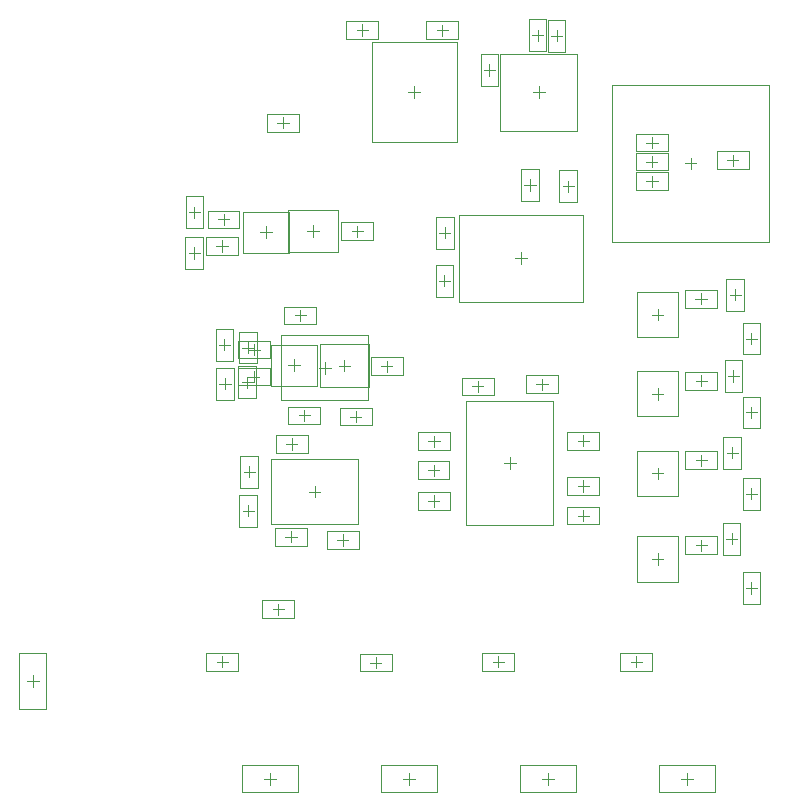
<source format=gbr>
%TF.GenerationSoftware,Altium Limited,Altium Designer,19.1.8 (144)*%
G04 Layer_Color=32768*
%FSLAX26Y26*%
%MOIN*%
%TF.FileFunction,Other,Mechanical_15*%
%TF.Part,Single*%
G01*
G75*
%TA.AperFunction,NonConductor*%
%ADD70C,0.003937*%
%ADD84C,0.001968*%
D70*
X1397632Y1414519D02*
Y1451920D01*
X1378931Y1433219D02*
X1416333D01*
X1224892Y1425684D02*
Y1463085D01*
X1206191Y1444384D02*
X1243593D01*
X1440945Y1825787D02*
Y1863189D01*
X1422244Y1844488D02*
X1459646D01*
X1269286Y1829623D02*
Y1867024D01*
X1250585Y1848323D02*
X1287987D01*
X2697582Y2680473D02*
Y2717874D01*
X2678881Y2699173D02*
X2716283D01*
X2428544Y2610720D02*
Y2648121D01*
X2409844Y2629421D02*
X2447245D01*
X2428150Y2739318D02*
Y2776719D01*
X2409450Y2758019D02*
X2446851D01*
X2428075Y2675773D02*
Y2713174D01*
X2409374Y2694474D02*
X2446776D01*
X1718883Y2457511D02*
X1756285D01*
X1737584Y2438811D02*
Y2476212D01*
X1718012Y2297709D02*
X1755413D01*
X1736712Y2279008D02*
Y2316410D01*
X1463030Y3114161D02*
Y3151562D01*
X1444329Y3132861D02*
X1481731D01*
X1729682Y3113760D02*
Y3151161D01*
X1710981Y3132461D02*
X1748383D01*
X2525866Y637284D02*
X2565236D01*
X2545551Y617598D02*
Y656968D01*
X363953Y943109D02*
Y982480D01*
X344268Y962794D02*
X383638D01*
X1599199Y637284D02*
X1638570D01*
X1618884Y617598D02*
Y656968D01*
X2062533Y637284D02*
X2101903D01*
X2082218Y617598D02*
Y656968D01*
X1135866Y637284D02*
X1175236D01*
X1155551Y617598D02*
Y656968D01*
X1067387Y1660274D02*
X1104789D01*
X1086088Y1641573D02*
Y1678974D01*
X1063519Y1530293D02*
X1100921D01*
X1082220Y1511592D02*
Y1548994D01*
X1227470Y1734562D02*
Y1771963D01*
X1208770Y1753263D02*
X1246171D01*
X1256026Y2163135D02*
Y2200536D01*
X1237325Y2181836D02*
X1274727D01*
X1062896Y2074863D02*
X1100298D01*
X1081597Y2056162D02*
Y2093564D01*
X1060736Y1959404D02*
X1098138D01*
X1079437Y1940703D02*
Y1978105D01*
X2130737Y2612079D02*
X2168139D01*
X2149438Y2593378D02*
Y2630780D01*
X2002860Y2616193D02*
X2040262D01*
X2021561Y2597492D02*
Y2634893D01*
X1283940Y1594601D02*
X1323310D01*
X1303625Y1574917D02*
Y1614286D01*
X1317533Y2007091D02*
X1356903D01*
X1337218Y1987406D02*
Y2026775D01*
X1972858Y2371878D02*
X2012228D01*
X1992543Y2352193D02*
Y2391564D01*
X1867969Y2999520D02*
X1905371D01*
X1886670Y2980820D02*
Y3018221D01*
X1847566Y1926466D02*
Y1963867D01*
X1828865Y1945167D02*
X1866267D01*
X2061727Y1933394D02*
Y1970795D01*
X2043026Y1952094D02*
X2080428D01*
X1446321Y2443829D02*
Y2481230D01*
X1427620Y2462530D02*
X1465022D01*
X1544753Y1993954D02*
Y2031355D01*
X1526052Y2012655D02*
X1563454D01*
X1121398Y2459262D02*
X1160768D01*
X1141083Y2439577D02*
Y2478947D01*
X1215948Y2015600D02*
X1255318D01*
X1235633Y1995915D02*
Y2035285D01*
X2447100Y1349910D02*
Y1389281D01*
X2427415Y1369595D02*
X2466785D01*
X2447100Y1635478D02*
Y1674848D01*
X2427415Y1655163D02*
X2466785D01*
X2447100Y1901523D02*
Y1940893D01*
X2427415Y1921207D02*
X2466785D01*
X2447100Y2165099D02*
Y2204470D01*
X2427415Y2184785D02*
X2466785D01*
X2741215Y1273262D02*
X2778617D01*
X2759916Y1254561D02*
Y1291963D01*
X2593116Y1396735D02*
Y1434136D01*
X2574415Y1415436D02*
X2611817D01*
X2674950Y1437015D02*
X2712352D01*
X2693651Y1418315D02*
Y1455716D01*
X2593116Y1680137D02*
Y1717538D01*
X2574415Y1698838D02*
X2611817D01*
X2676969Y1724428D02*
X2714371D01*
X2695670Y1705727D02*
Y1743129D01*
X2741215Y1587171D02*
X2778617D01*
X2759916Y1568471D02*
Y1605872D01*
X2681203Y1979713D02*
X2718605D01*
X2699904Y1961012D02*
Y1998414D01*
X2741215Y1858299D02*
X2778617D01*
X2759916Y1839598D02*
Y1877000D01*
X2593116Y1945327D02*
Y1982728D01*
X2574415Y1964027D02*
X2611817D01*
X2741215Y2104818D02*
X2778617D01*
X2759916Y2086117D02*
Y2123518D01*
X2686912Y2250784D02*
X2724314D01*
X2705613Y2232083D02*
Y2269485D01*
X2591535Y2218504D02*
Y2255905D01*
X2572835Y2237205D02*
X2610236D01*
X1701770Y1743328D02*
Y1780729D01*
X1683069Y1762028D02*
X1720471D01*
X986185Y1954451D02*
X1023587D01*
X1004886Y1935750D02*
Y1973152D01*
X984492Y2084088D02*
X1021894D01*
X1003193Y2065388D02*
Y2102789D01*
X1000239Y2483219D02*
Y2520620D01*
X981538Y2501919D02*
X1018939D01*
X995023Y2394693D02*
Y2432094D01*
X976322Y2413394D02*
X1013723D01*
X1102362Y2049213D02*
Y2086614D01*
X1083661Y2067913D02*
X1121063D01*
X1100920Y1959064D02*
Y1996465D01*
X1082219Y1977764D02*
X1119620D01*
X2556802Y2668548D02*
Y2707918D01*
X2537117Y2688233D02*
X2576487D01*
X1953950Y1669061D02*
Y1708430D01*
X1934265Y1688745D02*
X1973635D01*
X1297509Y2443514D02*
Y2482884D01*
X1277824Y2463199D02*
X1317194D01*
X1403375Y1995086D02*
Y2034457D01*
X1383690Y2014772D02*
X1423060D01*
X1615866Y2927284D02*
X1655236D01*
X1635551Y2907598D02*
Y2946968D01*
X2051014Y2906099D02*
Y2945470D01*
X2031329Y2925785D02*
X2070699D01*
X2091547Y3114483D02*
X2128949D01*
X2110248Y3095782D02*
Y3133183D01*
X1198502Y2805478D02*
Y2842879D01*
X1179801Y2824178D02*
X1217203D01*
X883585Y2389550D02*
X920987D01*
X902286Y2370850D02*
Y2408251D01*
X884445Y2525807D02*
X921847D01*
X903146Y2507106D02*
Y2544508D01*
X2375551Y1008583D02*
Y1045984D01*
X2356851Y1027284D02*
X2394252D01*
X1915551Y1008583D02*
Y1045984D01*
X1896851Y1027284D02*
X1934252D01*
X995551Y1008583D02*
Y1045984D01*
X976851Y1027284D02*
X1014252D01*
X1700233Y1647298D02*
Y1684699D01*
X1681532Y1665998D02*
X1718934D01*
X1701001Y1544354D02*
Y1581755D01*
X1682300Y1563054D02*
X1719702D01*
X2199870Y1495766D02*
Y1533167D01*
X2181169Y1514466D02*
X2218571D01*
X2199870Y1594324D02*
Y1631725D01*
X2181169Y1613024D02*
X2218571D01*
X2199870Y1745045D02*
Y1782446D01*
X2181169Y1763745D02*
X2218571D01*
X1182371Y1183612D02*
Y1221013D01*
X1163670Y1202312D02*
X1201071D01*
X1507147Y1006162D02*
Y1043563D01*
X1488446Y1024862D02*
X1525847D01*
X2028261Y3115341D02*
X2065663D01*
X2046962Y3096640D02*
Y3134042D01*
D84*
X1344483Y1403692D02*
X1450782D01*
X1344483Y1462747D02*
X1450782D01*
X1344483Y1403692D02*
Y1462747D01*
X1450782Y1403692D02*
Y1462747D01*
X1171743Y1473912D02*
X1278042D01*
X1171743Y1414857D02*
X1278042D01*
Y1473912D01*
X1171743Y1414857D02*
Y1473912D01*
X1387795Y1814961D02*
X1494094D01*
X1387795Y1874016D02*
X1494094D01*
X1387795Y1814961D02*
Y1874016D01*
X1494094Y1814961D02*
Y1874016D01*
X1216137Y1877851D02*
X1322436D01*
X1216137Y1818796D02*
X1322436D01*
Y1877851D01*
X1216137Y1818796D02*
Y1877851D01*
X2644433Y2728701D02*
X2750732D01*
X2644433Y2669646D02*
X2750732D01*
Y2728701D01*
X2644433Y2669646D02*
Y2728701D01*
X2375395Y2599893D02*
X2481694D01*
X2375395Y2658948D02*
X2481694D01*
X2375395Y2599893D02*
Y2658948D01*
X2481694Y2599893D02*
Y2658948D01*
X2375001Y2728491D02*
X2481300D01*
X2375001Y2787546D02*
X2481300D01*
X2375001Y2728491D02*
Y2787546D01*
X2481300Y2728491D02*
Y2787546D01*
X2374926Y2664946D02*
X2481225D01*
X2374926Y2724001D02*
X2481225D01*
X2374926Y2664946D02*
Y2724001D01*
X2481225Y2664946D02*
Y2724001D01*
X1708057Y2404362D02*
Y2510661D01*
X1767112Y2404362D02*
Y2510661D01*
X1708057D02*
X1767112D01*
X1708057Y2404362D02*
X1767112D01*
X1766240Y2244560D02*
Y2350859D01*
X1707185Y2244560D02*
Y2350859D01*
Y2244560D02*
X1766240D01*
X1707185Y2350859D02*
X1766240D01*
X1409881Y3162389D02*
X1516180D01*
X1409881Y3103334D02*
X1516180D01*
Y3162389D01*
X1409881Y3103334D02*
Y3162389D01*
X1676533Y3102933D02*
X1782832D01*
X1676533Y3161988D02*
X1782832D01*
X1676533Y3102933D02*
Y3161988D01*
X1782832Y3102933D02*
Y3161988D01*
X2638071Y592008D02*
Y682559D01*
X2453031Y592008D02*
Y682559D01*
X2638071D01*
X2453031Y592008D02*
X2638071D01*
X318678Y870275D02*
X409229D01*
X318678Y1055314D02*
X409229D01*
Y870275D02*
Y1055314D01*
X318678Y870275D02*
Y1055314D01*
X1711404Y592008D02*
Y682559D01*
X1526365Y592008D02*
Y682559D01*
X1711404D01*
X1526365Y592008D02*
X1711404D01*
X2174738D02*
Y682559D01*
X1989698Y592008D02*
Y682559D01*
X2174738D01*
X1989698Y592008D02*
X2174738D01*
X1248071D02*
Y682559D01*
X1063032Y592008D02*
Y682559D01*
X1248071D01*
X1063032Y592008D02*
X1248071D01*
X1056561Y1607124D02*
Y1713423D01*
X1115616Y1607124D02*
Y1713423D01*
X1056561D02*
X1115616D01*
X1056561Y1607124D02*
X1115616D01*
X1052693Y1477143D02*
Y1583443D01*
X1111748Y1477143D02*
Y1583443D01*
X1052693D02*
X1111748D01*
X1052693Y1477143D02*
X1111748D01*
X1174321Y1723735D02*
X1280620D01*
X1174321Y1782790D02*
X1280620D01*
X1174321Y1723735D02*
Y1782790D01*
X1280620Y1723735D02*
Y1782790D01*
X1202877Y2152308D02*
X1309176D01*
X1202877Y2211363D02*
X1309176D01*
X1202877Y2152308D02*
Y2211363D01*
X1309176Y2152308D02*
Y2211363D01*
X1052070Y2021713D02*
Y2128013D01*
X1111125Y2021713D02*
Y2128013D01*
X1052070D02*
X1111125D01*
X1052070Y2021713D02*
X1111125D01*
X1049910Y1906254D02*
Y2012554D01*
X1108965Y1906254D02*
Y2012554D01*
X1049910D02*
X1108965D01*
X1049910Y1906254D02*
X1108965D01*
X2178966Y2558929D02*
Y2665229D01*
X2119911Y2558929D02*
Y2665229D01*
Y2558929D02*
X2178966D01*
X2119911Y2665229D02*
X2178966D01*
X2051089Y2563043D02*
Y2669342D01*
X1992034Y2563043D02*
Y2669342D01*
Y2563043D02*
X2051089D01*
X1992034Y2669342D02*
X2051089D01*
X1449294Y1486334D02*
Y1702869D01*
X1157956Y1486334D02*
Y1702869D01*
X1449294D01*
X1157956Y1486334D02*
X1449294D01*
X1482888Y1898823D02*
Y2115358D01*
X1191549Y1898823D02*
Y2115358D01*
X1482888D01*
X1191549Y1898823D02*
X1482888D01*
X2199236Y2226209D02*
Y2517548D01*
X1785850Y2226209D02*
Y2517548D01*
Y2226209D02*
X2199236D01*
X1785850Y2517548D02*
X2199236D01*
X1916198Y2946371D02*
Y3052670D01*
X1857143Y2946371D02*
Y3052670D01*
X1916198D01*
X1857143Y2946371D02*
X1916198D01*
X1794417Y1974694D02*
X1900716D01*
X1794417Y1915639D02*
X1900716D01*
X1794417D02*
Y1974694D01*
X1900716Y1915639D02*
Y1974694D01*
X2008577Y1922567D02*
X2114877D01*
X2008577Y1981622D02*
X2114877D01*
Y1922567D02*
Y1981622D01*
X2008577Y1922567D02*
Y1981622D01*
X1393171Y2492057D02*
X1499471D01*
X1393171Y2433002D02*
X1499471D01*
X1393171D02*
Y2492057D01*
X1499471Y2433002D02*
Y2492057D01*
X1491603Y2042182D02*
X1597903D01*
X1491603Y1983127D02*
X1597903D01*
X1491603D02*
Y2042182D01*
X1597903Y1983127D02*
Y2042182D01*
X1065296Y2390364D02*
Y2528160D01*
X1216871Y2390364D02*
Y2528160D01*
X1065296D02*
X1216871D01*
X1065296Y2390364D02*
X1216871D01*
X1159846Y1946702D02*
Y2084498D01*
X1311421Y1946702D02*
Y2084498D01*
X1159846D02*
X1311421D01*
X1159846Y1946702D02*
X1311421D01*
X2378203Y1445383D02*
X2515998D01*
X2378203Y1293808D02*
X2515998D01*
Y1445383D01*
X2378203Y1293808D02*
Y1445383D01*
Y1730950D02*
X2515998D01*
X2378203Y1579375D02*
X2515998D01*
Y1730950D01*
X2378203Y1579375D02*
Y1730950D01*
Y1996995D02*
X2515998D01*
X2378203Y1845420D02*
X2515998D01*
Y1996995D01*
X2378203Y1845420D02*
Y1996995D01*
Y2260572D02*
X2515998D01*
X2378203Y2108997D02*
X2515998D01*
Y2260572D01*
X2378203Y2108997D02*
Y2260572D01*
X2730389Y1220112D02*
Y1326412D01*
X2789444Y1220112D02*
Y1326412D01*
X2730389Y1220112D02*
X2789444D01*
X2730389Y1326412D02*
X2789444D01*
X2539966Y1385908D02*
X2646266D01*
X2539966Y1444963D02*
X2646266D01*
Y1385908D02*
Y1444963D01*
X2539966Y1385908D02*
Y1444963D01*
X2664124Y1383866D02*
Y1490165D01*
X2723179Y1383866D02*
Y1490165D01*
X2664124Y1383866D02*
X2723179D01*
X2664124Y1490165D02*
X2723179D01*
X2539966Y1669310D02*
X2646266D01*
X2539966Y1728365D02*
X2646266D01*
Y1669310D02*
Y1728365D01*
X2539966Y1669310D02*
Y1728365D01*
X2666143Y1671278D02*
Y1777578D01*
X2725198Y1671278D02*
Y1777578D01*
X2666143Y1671278D02*
X2725198D01*
X2666143Y1777578D02*
X2725198D01*
X2730389Y1534022D02*
Y1640321D01*
X2789444Y1534022D02*
Y1640321D01*
X2730389Y1534022D02*
X2789444D01*
X2730389Y1640321D02*
X2789444D01*
X2670377Y1926563D02*
Y2032863D01*
X2729432Y1926563D02*
Y2032863D01*
X2670377Y1926563D02*
X2729432D01*
X2670377Y2032863D02*
X2729432D01*
X2730389Y1805149D02*
Y1911449D01*
X2789444Y1805149D02*
Y1911449D01*
X2730389Y1805149D02*
X2789444D01*
X2730389Y1911449D02*
X2789444D01*
X2539966Y1934500D02*
X2646266D01*
X2539966Y1993555D02*
X2646266D01*
Y1934500D02*
Y1993555D01*
X2539966Y1934500D02*
Y1993555D01*
X2730389Y2051668D02*
Y2157967D01*
X2789444Y2051668D02*
Y2157967D01*
X2730389Y2051668D02*
X2789444D01*
X2730389Y2157967D02*
X2789444D01*
X2676086Y2197634D02*
Y2303934D01*
X2735141Y2197634D02*
Y2303934D01*
X2676086Y2197634D02*
X2735141D01*
X2676086Y2303934D02*
X2735141D01*
X2538386Y2207677D02*
X2644685D01*
X2538386Y2266732D02*
X2644685D01*
Y2207677D02*
Y2266732D01*
X2538386Y2207677D02*
Y2266732D01*
X1648620Y1732501D02*
X1754920D01*
X1648620Y1791556D02*
X1754920D01*
Y1732501D02*
Y1791556D01*
X1648620Y1732501D02*
Y1791556D01*
X1034414Y1901301D02*
Y2007601D01*
X975359Y1901301D02*
Y2007601D01*
X1034414D01*
X975359Y1901301D02*
X1034414D01*
X973666Y2030939D02*
Y2137238D01*
X1032721Y2030939D02*
Y2137238D01*
X973666Y2030939D02*
X1032721D01*
X973666Y2137238D02*
X1032721D01*
X947089Y2472392D02*
X1053388D01*
X947089Y2531447D02*
X1053388D01*
Y2472392D02*
Y2531447D01*
X947089Y2472392D02*
Y2531447D01*
X941873Y2383866D02*
X1048172D01*
X941873Y2442921D02*
X1048172D01*
Y2383866D02*
Y2442921D01*
X941873Y2383866D02*
Y2442921D01*
X1049213Y2038386D02*
X1155512D01*
X1049213Y2097441D02*
X1155512D01*
Y2038386D02*
Y2097441D01*
X1049213Y2038386D02*
Y2097441D01*
X1047770Y1948237D02*
X1154069D01*
X1047770Y2007292D02*
X1154069D01*
Y1948237D02*
Y2007292D01*
X1047770Y1948237D02*
Y2007292D01*
X2294991Y2426421D02*
X2818613D01*
X2294991Y2950044D02*
X2818613D01*
Y2426421D02*
Y2950044D01*
X2294991Y2426421D02*
Y2950044D01*
X1808281Y1482053D02*
X2099619D01*
X1808281Y1895438D02*
X2099619D01*
Y1482053D02*
Y1895438D01*
X1808281Y1482053D02*
Y1895438D01*
X1214832Y2392333D02*
X1380186D01*
X1214832Y2534065D02*
X1380186D01*
Y2392333D02*
Y2534065D01*
X1214832Y2392333D02*
Y2534065D01*
X1320697Y1943905D02*
X1486052D01*
X1320697Y2085638D02*
X1486052D01*
Y1943905D02*
Y2085638D01*
X1320697Y1943905D02*
Y2085638D01*
X1493819Y2759961D02*
Y3094606D01*
X1777284Y2759961D02*
Y3094606D01*
X1493819Y2759961D02*
X1777284D01*
X1493819Y3094606D02*
X1777284D01*
X1923061Y3054722D02*
X2178967D01*
X1923061Y2796847D02*
Y3054722D01*
Y2796847D02*
X2178967D01*
Y3054722D01*
X2139776Y3061333D02*
Y3167632D01*
X2080721Y3061333D02*
Y3167632D01*
X2139776D01*
X2080721Y3061333D02*
X2139776D01*
X1145352Y2794651D02*
X1251652D01*
X1145352Y2853706D02*
X1251652D01*
Y2794651D02*
Y2853706D01*
X1145352Y2794651D02*
Y2853706D01*
X931814Y2336401D02*
Y2442700D01*
X872759Y2336401D02*
Y2442700D01*
X931814D01*
X872759Y2336401D02*
X931814D01*
X873619Y2472657D02*
Y2578957D01*
X932674Y2472657D02*
Y2578957D01*
X873619Y2472657D02*
X932674D01*
X873619Y2578957D02*
X932674D01*
X2322402Y1056811D02*
X2428701D01*
X2322402Y997756D02*
X2428701D01*
X2322402D02*
Y1056811D01*
X2428701Y997756D02*
Y1056811D01*
X1862402D02*
X1968701D01*
X1862402Y997756D02*
X1968701D01*
X1862402D02*
Y1056811D01*
X1968701Y997756D02*
Y1056811D01*
X942402D02*
X1048701D01*
X942402Y997756D02*
X1048701D01*
X942402D02*
Y1056811D01*
X1048701Y997756D02*
Y1056811D01*
X1647083Y1636471D02*
X1753383D01*
X1647083Y1695526D02*
X1753383D01*
Y1636471D02*
Y1695526D01*
X1647083Y1636471D02*
Y1695526D01*
X1647851Y1533527D02*
X1754151D01*
X1647851Y1592582D02*
X1754151D01*
Y1533527D02*
Y1592582D01*
X1647851Y1533527D02*
Y1592582D01*
X2146721Y1543994D02*
X2253020D01*
X2146721Y1484939D02*
X2253020D01*
X2146721D02*
Y1543994D01*
X2253020Y1484939D02*
Y1543994D01*
X2146721Y1642552D02*
X2253020D01*
X2146721Y1583497D02*
X2253020D01*
X2146721D02*
Y1642552D01*
X2253020Y1583497D02*
Y1642552D01*
X2146721Y1793273D02*
X2253020D01*
X2146721Y1734218D02*
X2253020D01*
X2146721D02*
Y1793273D01*
X2253020Y1734218D02*
Y1793273D01*
X1129221Y1231840D02*
X1235520D01*
X1129221Y1172785D02*
X1235520D01*
X1129221D02*
Y1231840D01*
X1235520Y1172785D02*
Y1231840D01*
X1453997Y1054390D02*
X1560296D01*
X1453997Y995335D02*
X1560296D01*
X1453997D02*
Y1054390D01*
X1560296Y995335D02*
Y1054390D01*
X2076490Y3062191D02*
Y3168491D01*
X2017435Y3062191D02*
Y3168491D01*
X2076490D01*
X2017435Y3062191D02*
X2076490D01*
%TF.MD5,10bddc4ab2380b30112a2bcb986dcf90*%
M02*

</source>
